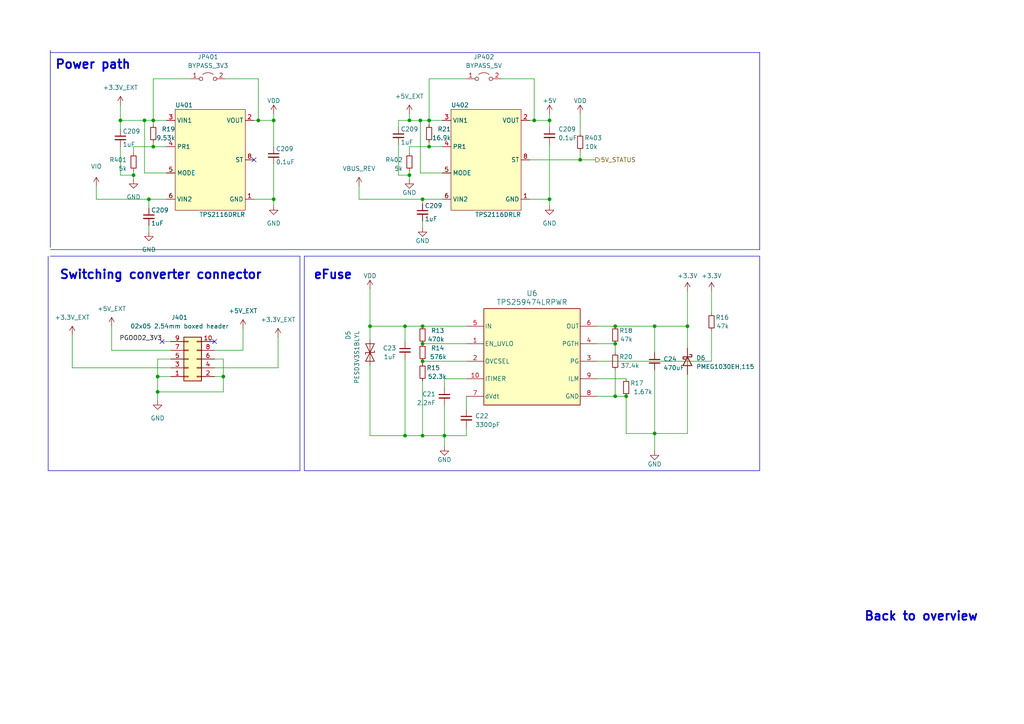
<source format=kicad_sch>
(kicad_sch (version 20230121) (generator eeschema)
  (paper "A4")
  (title_block (title "External Connectors and Power Path") (company "EPFL Xplore") (comment 2 "Author: Vincent Nguyen, Yassine Bakkali"))
  (lib_symbols
    (symbol "0_mux:TPS2116DRLR"
      (property "Reference" "U" (at 0 -2.54 0))
      (property "Value" "TPS2116DRLR" (at 0 0 0))
      (symbol "TPS2116DRLR_0_1"
        (rectangle (start -9.525 14.605) (end 10.795 -14.605) (fill (type background)))
      )
      (symbol "TPS2116DRLR_1_1"
        (pin power_in line (at 13.335 -11.43 180) (length 2.54) (name "GND") (number "1"))
        (pin passive line (at 13.335 11.43 180) (length 2.54) (name "VOUT") (number "2"))
        (pin power_in line (at -12.065 11.43 0) (length 2.54) (name "VIN1") (number "3"))
        (pin input line (at -12.065 3.81 0) (length 2.54) (name "PR1") (number "4"))
        (pin input line (at -12.065 -3.81 0) (length 2.54) (name "MODE") (number "5"))
        (pin power_in line (at -12.065 -11.43 0) (length 2.54) (name "VIN2") (number "6"))
        (pin passive line (at 13.335 11.43 180) (length 2.54) hide (name "VOUT") (number "7"))
        (pin open_collector line (at 13.335 0 180) (length 2.54) (name "ST") (number "8"))
      )
    )
    (symbol "0_power_protection:TPS259474LRPWR" (pin_names (offset 0.254))
      (property "Reference" "U" (at 0 2.54 0))
      (property "Value" "TPS259474LRPWR" (at 0 0 0))
      (symbol "TPS259474LRPWR_0_1"
        (polyline (pts (xy 5.08 -22.86) (xy 33.02 -22.86)) (stroke (width 0.2032)))
        (polyline (pts (xy 5.08 5.08) (xy 5.08 -22.86)) (stroke (width 0.2032)))
        (polyline (pts (xy 33.02 -22.86) (xy 33.02 5.08)) (stroke (width 0.2032)))
        (polyline (pts (xy 33.02 5.08) (xy 5.08 5.08)) (stroke (width 0.2032)))
        (pin input line (at 0 -5.08 0) (length 5.08) (name "EN_UVLO") (number "1"))
        (pin output line (at 0 -15.24 0) (length 5.08) (name "ITIMER") (number "10"))
        (pin input line (at 0 -10.16 0) (length 5.08) (name "OVCSEL") (number "2"))
        (pin output line (at 38.1 -10.16 180) (length 5.08) (name "PG") (number "3"))
        (pin input line (at 38.1 -5.08 180) (length 5.08) (name "PGTH") (number "4"))
        (pin power_in line (at 0 0 0) (length 5.08) (name "IN") (number "5"))
        (pin power_in line (at 38.1 0 180) (length 5.08) (name "OUT") (number "6"))
        (pin output line (at 0 -20.32 0) (length 5.08) (name "dVdt") (number "7"))
        (pin power_in line (at 38.1 -20.32 180) (length 5.08) (name "GND") (number "8"))
        (pin output line (at 38.1 -15.24 180) (length 5.08) (name "ILM") (number "9"))
      )
      (symbol "TPS259474LRPWR_1_1"
        (rectangle (start 5.08 5.08) (end 33.02 -22.86) (fill (type background)))
      )
    )
    (symbol "0_power_symbols:+3.3V_EXT" (power) (pin_numbers hide) (in_bom no) (on_board no)
      (property "Value" "+3.3V_EXT" (at 0 3.81 0))
      (symbol "+3.3V_EXT_0_1"
        (polyline (pts (xy 0 0) (xy 0 2.54)))
        (polyline (pts (xy 0 2.54) (xy -0.762 1.27)))
        (polyline (pts (xy 0 2.54) (xy 0.762 1.27)))
      )
      (symbol "+3.3V_EXT_1_1"
        (pin power_in line (at 0 0 90) (length 0) hide (name "+3.3V_EXT") (number "1"))
      )
    )
    (symbol "0_power_symbols:+5V_EXT" (power) (pin_numbers hide) (in_bom no) (on_board no)
      (property "Value" "+5V_EXT" (at 0 3.81 0))
      (symbol "+5V_EXT_0_1"
        (polyline (pts (xy 0 0) (xy 0 2.54)))
        (polyline (pts (xy 0 2.54) (xy -0.762 1.27)))
        (polyline (pts (xy 0 2.54) (xy 0.762 1.27)))
      )
      (symbol "+5V_EXT_1_1"
        (pin power_in line (at 0 0 90) (length 0) hide (name "+5V_EXT") (number "1"))
      )
    )
    (symbol "0_power_symbols:VBUS_REV" (power) (pin_numbers hide) (in_bom no) (on_board no)
      (property "Value" "VBUS_REV" (at 0 3.81 0))
      (symbol "VBUS_REV_0_1"
        (polyline (pts (xy 0 0) (xy 0 2.54)))
        (polyline (pts (xy 0 2.54) (xy -0.762 1.27)))
        (polyline (pts (xy 0 2.54) (xy 0.762 1.27)))
      )
      (symbol "VBUS_REV_1_1"
        (pin power_in line (at 0 0 90) (length 0) hide (name "VBUS_REV") (number "1"))
      )
    )
    (symbol "0_power_symbols:VIO" (power) (pin_numbers hide) (in_bom no) (on_board no)
      (property "Value" "VIO" (at 0 3.81 0))
      (symbol "VIO_0_1"
        (polyline (pts (xy 0 0) (xy 0 2.54)))
        (polyline (pts (xy 0 2.54) (xy -0.762 1.27)))
        (polyline (pts (xy 0 2.54) (xy 0.762 1.27)))
      )
      (symbol "VIO_1_1"
        (pin power_in line (at 0 0 90) (length 0) hide (name "VIO") (number "1"))
      )
    )
    (symbol "Connector_Generic:Conn_02x05_Odd_Even" (pin_names (offset 1.016) hide)
      (property "Reference" "J" (at 1.27 7.62 0))
      (property "Value" "Conn_02x05_Odd_Even" (at 1.27 -7.62 0))
      (symbol "Conn_02x05_Odd_Even_1_1"
        (rectangle (start -1.27 -4.953) (end 0 -5.207) (stroke (width 0.1524)))
        (rectangle (start -1.27 -2.413) (end 0 -2.667) (stroke (width 0.1524)))
        (rectangle (start -1.27 0.127) (end 0 -0.127) (stroke (width 0.1524)))
        (rectangle (start -1.27 2.667) (end 0 2.413) (stroke (width 0.1524)))
        (rectangle (start -1.27 5.207) (end 0 4.953) (stroke (width 0.1524)))
        (rectangle (start -1.27 6.35) (end 3.81 -6.35) (stroke (width 0.254)) (fill (type background)))
        (rectangle (start 3.81 -4.953) (end 2.54 -5.207) (stroke (width 0.1524)))
        (rectangle (start 3.81 -2.413) (end 2.54 -2.667) (stroke (width 0.1524)))
        (rectangle (start 3.81 0.127) (end 2.54 -0.127) (stroke (width 0.1524)))
        (rectangle (start 3.81 2.667) (end 2.54 2.413) (stroke (width 0.1524)))
        (rectangle (start 3.81 5.207) (end 2.54 4.953) (stroke (width 0.1524)))
        (pin passive line (at -5.08 5.08 0) (length 3.81) (name "Pin_1") (number "1"))
        (pin passive line (at 7.62 -5.08 180) (length 3.81) (name "Pin_10") (number "10"))
        (pin passive line (at 7.62 5.08 180) (length 3.81) (name "Pin_2") (number "2"))
        (pin passive line (at -5.08 2.54 0) (length 3.81) (name "Pin_3") (number "3"))
        (pin passive line (at 7.62 2.54 180) (length 3.81) (name "Pin_4") (number "4"))
        (pin passive line (at -5.08 0 0) (length 3.81) (name "Pin_5") (number "5"))
        (pin passive line (at 7.62 0 180) (length 3.81) (name "Pin_6") (number "6"))
        (pin passive line (at -5.08 -2.54 0) (length 3.81) (name "Pin_7") (number "7"))
        (pin passive line (at 7.62 -2.54 180) (length 3.81) (name "Pin_8") (number "8"))
        (pin passive line (at -5.08 -5.08 0) (length 3.81) (name "Pin_9") (number "9"))
      )
    )
    (symbol "Device:C_Small" (pin_numbers hide) (pin_names (offset 0.254) hide)
      (property "Reference" "C" (at 0.254 1.778 0))
      (property "Value" "C_Small" (at 0.254 -2.032 0))
      (symbol "C_Small_0_1"
        (polyline (pts (xy -1.524 -0.508) (xy 1.524 -0.508)) (stroke (width 0.3302)))
        (polyline (pts (xy -1.524 0.508) (xy 1.524 0.508)) (stroke (width 0.3048)))
      )
      (symbol "C_Small_1_1"
        (pin passive line (at 0 2.54 270) (length 2.032) (name "~") (number "1"))
        (pin passive line (at 0 -2.54 90) (length 2.032) (name "~") (number "2"))
      )
    )
    (symbol "Device:D_Schottky" (pin_numbers hide) (pin_names (offset 1.016) hide)
      (property "Reference" "D" (at 0 2.54 0))
      (property "Value" "D_Schottky" (at 0 -2.54 0))
      (symbol "D_Schottky_0_1"
        (polyline (pts (xy 1.27 0) (xy -1.27 0)))
        (polyline (pts (xy 1.27 1.27) (xy 1.27 -1.27) (xy -1.27 0) (xy 1.27 1.27)) (stroke (width 0.254)))
        (polyline (pts (xy -1.905 0.635) (xy -1.905 1.27) (xy -1.27 1.27) (xy -1.27 -1.27) (xy -0.635 -1.27) (xy -0.635 -0.635)) (stroke (width 0.254)))
      )
      (symbol "D_Schottky_1_1"
        (pin passive line (at -3.81 0 0) (length 2.54) (name "K") (number "1"))
        (pin passive line (at 3.81 0 180) (length 2.54) (name "A") (number "2"))
      )
    )
    (symbol "Device:R_Small" (pin_numbers hide) (pin_names (offset 0.254) hide)
      (property "Reference" "R" (at 0.762 0.508 0))
      (property "Value" "R_Small" (at 0.762 -1.016 0))
      (symbol "R_Small_0_1"
        (rectangle (start -0.762 1.778) (end 0.762 -1.778) (stroke (width 0.2032)))
      )
      (symbol "R_Small_1_1"
        (pin passive line (at 0 2.54 270) (length 0.762) (name "~") (number "1"))
        (pin passive line (at 0 -2.54 90) (length 0.762) (name "~") (number "2"))
      )
    )
    (symbol "Jumper:Jumper_2_Open" (pin_names (offset 0) hide)
      (property "Reference" "JP" (at 0 2.794 0))
      (property "Value" "Jumper_2_Open" (at 0 -2.286 0))
      (symbol "Jumper_2_Open_0_0"
        (circle (center -2.032 0) (radius 0.508))
        (circle (center 2.032 0) (radius 0.508))
      )
      (symbol "Jumper_2_Open_0_1"
        (arc (start 1.524 1.27) (mid 0 1.778) (end -1.524 1.27))
      )
      (symbol "Jumper_2_Open_1_1"
        (pin passive line (at -5.08 0 0) (length 2.54) (name "A") (number "1"))
        (pin passive line (at 5.08 0 180) (length 2.54) (name "B") (number "2"))
      )
    )
    (symbol "PCM_4ms_Diode:TVS_0402_24Vclamp_250Vbk" (pin_numbers hide) (pin_names (offset 1.016) hide)
      (property "Reference" "D" (at 0 2.54 0))
      (property "Value" "TVS_0402_24Vclamp_250Vbk" (at 0 -2.54 0))
      (symbol "TVS_0402_24Vclamp_250Vbk_0_1"
        (polyline (pts (xy 1.27 0) (xy -1.27 0)))
        (polyline (pts (xy -2.54 -1.27) (xy 0 0) (xy -2.54 1.27) (xy -2.54 -1.27)) (stroke (width 0.2032)))
        (polyline (pts (xy 0.508 1.27) (xy 0 1.27) (xy 0 -1.27) (xy -0.508 -1.27)) (stroke (width 0.2032)))
        (polyline (pts (xy 2.54 1.27) (xy 2.54 -1.27) (xy 0 0) (xy 2.54 1.27)) (stroke (width 0.2032)))
      )
      (symbol "TVS_0402_24Vclamp_250Vbk_1_1"
        (pin passive line (at -3.81 0 0) (length 2.54) (name "A1") (number "1"))
        (pin passive line (at 3.81 0 180) (length 2.54) (name "A2") (number "2"))
      )
    )
    (symbol "TPS2116DRLR_1"
      (property "Reference" "U" (at 0 -2.54 0))
      (property "Value" "TPS2116DRLR_1" (at 0 0 0))
      (symbol "TPS2116DRLR_1_0_1"
        (rectangle (start -9.525 14.605) (end 10.795 -14.605) (fill (type background)))
      )
      (symbol "TPS2116DRLR_1_1_1"
        (pin power_in line (at 13.335 -11.43 180) (length 2.54) (name "GND") (number "1"))
        (pin passive line (at 13.335 11.43 180) (length 2.54) (name "VOUT") (number "2"))
        (pin power_in line (at -12.065 11.43 0) (length 2.54) (name "VIN1") (number "3"))
        (pin input line (at -12.065 3.81 0) (length 2.54) (name "PR1") (number "4"))
        (pin input line (at -12.065 -3.81 0) (length 2.54) (name "MODE") (number "5"))
        (pin power_in line (at -12.065 -11.43 0) (length 2.54) (name "VIN2") (number "6"))
        (pin passive line (at 13.335 11.43 180) (length 2.54) hide (name "VOUT") (number "7"))
        (pin open_collector line (at 13.335 0 180) (length 2.54) (name "ST") (number "8"))
      )
    )
    (symbol "power:+3.3V" (power) (pin_names (offset 0))
      (property "Value" "+3.3V" (at 0 3.556 0))
      (symbol "+3.3V_0_1"
        (polyline (pts (xy -0.762 1.27) (xy 0 2.54)))
        (polyline (pts (xy 0 0) (xy 0 2.54)))
        (polyline (pts (xy 0 2.54) (xy 0.762 1.27)))
      )
      (symbol "+3.3V_1_1"
        (pin power_in line (at 0 0 90) (length 0) hide (name "+3.3V") (number "1"))
      )
    )
    (symbol "power:+5V" (power) (pin_names (offset 0))
      (property "Value" "+5V" (at 0 3.556 0))
      (symbol "+5V_0_1"
        (polyline (pts (xy -0.762 1.27) (xy 0 2.54)))
        (polyline (pts (xy 0 0) (xy 0 2.54)))
        (polyline (pts (xy 0 2.54) (xy 0.762 1.27)))
      )
      (symbol "+5V_1_1"
        (pin power_in line (at 0 0 90) (length 0) hide (name "+5V") (number "1"))
      )
    )
    (symbol "power:GND" (power) (pin_names (offset 0))
      (property "Value" "GND" (at 0 -3.81 0))
      (symbol "GND_0_1"
        (polyline (pts (xy 0 0) (xy 0 -1.27) (xy 1.27 -1.27) (xy 0 -2.54) (xy -1.27 -1.27) (xy 0 -1.27)))
      )
      (symbol "GND_1_1"
        (pin power_in line (at 0 0 270) (length 0) hide (name "GND") (number "1"))
      )
    )
    (symbol "power:VDD" (power) (pin_names (offset 0))
      (property "Value" "VDD" (at 0 3.81 0))
      (symbol "VDD_0_1"
        (polyline (pts (xy -0.762 1.27) (xy 0 2.54)))
        (polyline (pts (xy 0 0) (xy 0 2.54)))
        (polyline (pts (xy 0 2.54) (xy 0.762 1.27)))
      )
      (symbol "VDD_1_1"
        (pin power_in line (at 0 0 90) (length 0) hide (name "VDD") (number "1"))
      )
    )
  )
  (junction (at 64.77 109.22))
  (junction (at 154.94 34.925))
  (junction (at 122.555 99.695))
  (junction (at 44.45 34.925))
  (junction (at 122.555 104.775))
  (junction (at 189.865 94.615))
  (junction (at 45.72 113.665))
  (junction (at 181.61 114.935))
  (junction (at 124.46 34.925))
  (junction (at 41.91 34.925))
  (junction (at 122.555 57.785))
  (junction (at 43.18 57.785))
  (junction (at 79.375 34.925))
  (junction (at 189.865 125.73))
  (junction (at 117.475 94.615))
  (junction (at 44.45 42.545))
  (junction (at 128.905 126.365))
  (junction (at 159.385 57.785))
  (junction (at 118.745 50.8))
  (junction (at 118.745 34.925))
  (junction (at 34.925 34.925))
  (junction (at 178.435 94.615))
  (junction (at 168.275 46.355))
  (junction (at 107.315 94.615))
  (junction (at 117.475 126.365))
  (junction (at 79.375 57.785))
  (junction (at 124.46 42.545))
  (junction (at 74.93 34.925))
  (junction (at 199.39 94.615))
  (junction (at 159.385 34.925))
  (junction (at 122.555 94.615))
  (junction (at 122.555 126.365))
  (junction (at 45.72 109.22))
  (junction (at 178.435 99.695))
  (junction (at 178.435 114.935))
  (junction (at 121.92 34.925))
  (junction (at 38.735 50.8))
  (no_connect (at 62.23 99.06))
  (no_connect (at 73.66 46.355))
  (no_connect (at 46.99 99.06))
  (wire (pts (xy 79.375 57.785) (xy 73.66 57.785)))
  (wire (pts (xy 122.555 94.615) (xy 135.255 94.615)))
  (wire (pts (xy 104.14 57.785) (xy 122.555 57.785)))
  (wire (pts (xy 122.555 94.615) (xy 117.475 94.615)))
  (wire (pts (xy 128.905 126.365) (xy 128.905 117.475)))
  (wire (pts (xy 38.735 44.45) (xy 38.735 42.545)))
  (wire (pts (xy 118.745 34.925) (xy 115.57 34.925)))
  (wire (pts (xy 80.645 97.79) (xy 80.645 106.68)))
  (wire (pts (xy 122.555 104.775) (xy 135.255 104.775)))
  (wire (pts (xy 34.925 34.925) (xy 34.925 37.465)))
  (wire (pts (xy 124.46 41.275) (xy 124.46 42.545)))
  (wire (pts (xy 135.255 109.855) (xy 128.905 109.855)))
  (wire (pts (xy 45.72 109.22) (xy 45.72 113.665)))
  (wire (pts (xy 122.555 64.135) (xy 122.555 66.04)))
  (wire (pts (xy 45.72 104.14) (xy 49.53 104.14)))
  (wire (pts (xy 79.375 33.02) (xy 79.375 34.925)))
  (wire (pts (xy 20.955 106.68) (xy 49.53 106.68)))
  (wire (pts (xy 168.275 33.02) (xy 168.275 38.735)))
  (wire (pts (xy 159.385 34.925) (xy 159.385 36.83)))
  (wire (pts (xy 159.385 41.91) (xy 159.385 57.785)))
  (wire (pts (xy 168.275 43.815) (xy 168.275 46.355)))
  (wire (pts (xy 145.415 22.86) (xy 154.94 22.86)))
  (wire (pts (xy 154.94 34.925) (xy 153.67 34.925)))
  (wire (pts (xy 122.555 126.365) (xy 128.905 126.365)))
  (wire (pts (xy 206.375 84.455) (xy 206.375 90.805)))
  (wire (pts (xy 55.245 22.86) (xy 44.45 22.86)))
  (wire (pts (xy 117.475 126.365) (xy 122.555 126.365)))
  (wire (pts (xy 173.355 114.935) (xy 178.435 114.935)))
  (wire (pts (xy 178.435 107.315) (xy 178.435 114.935)))
  (wire (pts (xy 117.475 104.14) (xy 117.475 126.365)))
  (wire (pts (xy 27.94 57.785) (xy 43.18 57.785)))
  (wire (pts (xy 34.925 30.48) (xy 34.925 34.925)))
  (wire (pts (xy 70.485 95.25) (xy 70.485 101.6)))
  (wire (pts (xy 199.39 94.615) (xy 199.39 100.965)))
  (wire (pts (xy 159.385 34.925) (xy 154.94 34.925)))
  (wire (pts (xy 118.745 44.45) (xy 118.745 42.545)))
  (wire (pts (xy 189.865 125.73) (xy 189.865 130.81)))
  (wire (pts (xy 122.555 104.775) (xy 122.555 105.41)))
  (wire (pts (xy 128.905 126.365) (xy 135.255 126.365)))
  (wire (pts (xy 107.315 94.615) (xy 107.315 98.425)))
  (wire (pts (xy 43.18 57.785) (xy 43.18 60.325)))
  (wire (pts (xy 122.555 57.785) (xy 128.27 57.785)))
  (wire (pts (xy 199.39 108.585) (xy 199.39 125.73)))
  (wire (pts (xy 115.57 41.91) (xy 115.57 50.8)))
  (wire (pts (xy 124.46 22.86) (xy 124.46 34.925)))
  (wire (pts (xy 38.735 50.8) (xy 38.735 49.53)))
  (wire (pts (xy 64.77 104.14) (xy 62.23 104.14)))
  (wire (pts (xy 34.925 50.8) (xy 38.735 50.8)))
  (wire (pts (xy 46.99 99.06) (xy 49.53 99.06)))
  (polyline (pts (xy 14.605 72.39) (xy 220.345 72.39)))
  (wire (pts (xy 62.23 109.22) (xy 64.77 109.22)))
  (wire (pts (xy 44.45 34.925) (xy 48.26 34.925)))
  (wire (pts (xy 117.475 94.615) (xy 107.315 94.615)))
  (wire (pts (xy 115.57 50.8) (xy 118.745 50.8)))
  (wire (pts (xy 41.91 34.925) (xy 44.45 34.925)))
  (wire (pts (xy 64.77 113.665) (xy 45.72 113.665)))
  (wire (pts (xy 70.485 101.6) (xy 62.23 101.6)))
  (wire (pts (xy 118.745 49.53) (xy 118.745 50.8)))
  (wire (pts (xy 43.18 57.785) (xy 48.26 57.785)))
  (wire (pts (xy 118.745 34.925) (xy 121.92 34.925)))
  (wire (pts (xy 159.385 33.02) (xy 159.385 34.925)))
  (wire (pts (xy 107.315 126.365) (xy 117.475 126.365)))
  (wire (pts (xy 159.385 59.69) (xy 159.385 57.785)))
  (wire (pts (xy 122.555 99.695) (xy 135.255 99.695)))
  (wire (pts (xy 178.435 99.695) (xy 178.435 102.235)))
  (polyline (pts (xy 86.995 136.525) (xy 13.97 136.525)))
  (wire (pts (xy 124.46 34.925) (xy 124.46 36.195)))
  (wire (pts (xy 20.955 97.155) (xy 20.955 106.68)))
  (wire (pts (xy 118.745 42.545) (xy 124.46 42.545)))
  (wire (pts (xy 153.67 46.355) (xy 168.275 46.355)))
  (wire (pts (xy 173.355 109.855) (xy 181.61 109.855)))
  (wire (pts (xy 64.77 109.22) (xy 64.77 113.665)))
  (wire (pts (xy 79.375 59.69) (xy 79.375 57.785)))
  (wire (pts (xy 107.315 83.82) (xy 107.315 94.615)))
  (wire (pts (xy 65.405 22.86) (xy 74.93 22.86)))
  (wire (pts (xy 135.255 126.365) (xy 135.255 123.825)))
  (wire (pts (xy 115.57 34.925) (xy 115.57 36.83)))
  (wire (pts (xy 135.255 22.86) (xy 124.46 22.86)))
  (wire (pts (xy 34.925 34.925) (xy 41.91 34.925)))
  (wire (pts (xy 118.745 33.02) (xy 118.745 34.925)))
  (wire (pts (xy 64.77 109.22) (xy 64.77 104.14)))
  (wire (pts (xy 199.39 84.455) (xy 199.39 94.615)))
  (wire (pts (xy 43.18 65.405) (xy 43.18 67.31)))
  (wire (pts (xy 124.46 42.545) (xy 128.27 42.545)))
  (wire (pts (xy 41.91 50.165) (xy 41.91 34.925)))
  (wire (pts (xy 154.94 22.86) (xy 154.94 34.925)))
  (polyline (pts (xy 220.345 15.24) (xy 14.605 15.24)))
  (wire (pts (xy 79.375 34.925) (xy 79.375 42.545)))
  (wire (pts (xy 121.92 34.925) (xy 124.46 34.925)))
  (wire (pts (xy 159.385 57.785) (xy 153.67 57.785)))
  (wire (pts (xy 44.45 34.925) (xy 44.45 36.195)))
  (polyline (pts (xy 14.605 14.605) (xy 14.605 71.755)))
  (polyline (pts (xy 14.605 74.295) (xy 86.995 74.295)))
  (polyline (pts (xy 86.995 74.295) (xy 86.995 136.525)))
  (wire (pts (xy 181.61 125.73) (xy 189.865 125.73)))
  (wire (pts (xy 117.475 94.615) (xy 117.475 99.06)))
  (wire (pts (xy 128.905 109.855) (xy 128.905 112.395)))
  (wire (pts (xy 104.14 53.975) (xy 104.14 57.785)))
  (wire (pts (xy 168.275 46.355) (xy 172.72 46.355)))
  (wire (pts (xy 199.39 125.73) (xy 189.865 125.73)))
  (wire (pts (xy 206.375 104.775) (xy 206.375 95.885)))
  (wire (pts (xy 74.93 22.86) (xy 74.93 34.925)))
  (wire (pts (xy 45.72 109.22) (xy 45.72 104.14)))
  (wire (pts (xy 189.865 107.315) (xy 189.865 125.73)))
  (wire (pts (xy 122.555 110.49) (xy 122.555 126.365)))
  (wire (pts (xy 74.93 34.925) (xy 73.66 34.925)))
  (wire (pts (xy 44.45 42.545) (xy 48.26 42.545)))
  (wire (pts (xy 122.555 57.785) (xy 122.555 59.055)))
  (wire (pts (xy 41.91 50.165) (xy 48.26 50.165)))
  (wire (pts (xy 32.385 101.6) (xy 49.53 101.6)))
  (wire (pts (xy 181.61 114.935) (xy 181.61 125.73)))
  (wire (pts (xy 173.355 94.615) (xy 178.435 94.615)))
  (polyline (pts (xy 220.345 72.39) (xy 220.345 15.24)))
  (wire (pts (xy 27.94 53.975) (xy 27.94 57.785)))
  (wire (pts (xy 34.925 42.545) (xy 34.925 50.8)))
  (wire (pts (xy 128.905 126.365) (xy 128.905 129.54)))
  (wire (pts (xy 32.385 94.615) (xy 32.385 101.6)))
  (wire (pts (xy 189.865 102.235) (xy 189.865 94.615)))
  (wire (pts (xy 189.865 94.615) (xy 178.435 94.615)))
  (wire (pts (xy 38.735 50.8) (xy 38.735 52.07)))
  (wire (pts (xy 118.745 52.07) (xy 118.745 50.8)))
  (wire (pts (xy 45.72 109.22) (xy 49.53 109.22)))
  (wire (pts (xy 173.355 104.775) (xy 206.375 104.775)))
  (wire (pts (xy 173.355 99.695) (xy 178.435 99.695)))
  (wire (pts (xy 124.46 34.925) (xy 128.27 34.925)))
  (wire (pts (xy 80.645 106.68) (xy 62.23 106.68)))
  (polyline (pts (xy 13.97 74.295) (xy 13.97 136.525)))
  (wire (pts (xy 189.865 94.615) (xy 199.39 94.615)))
  (wire (pts (xy 44.45 22.86) (xy 44.45 34.925)))
  (wire (pts (xy 45.72 116.205) (xy 45.72 113.665)))
  (wire (pts (xy 107.315 106.045) (xy 107.315 126.365)))
  (wire (pts (xy 44.45 41.275) (xy 44.45 42.545)))
  (wire (pts (xy 38.735 42.545) (xy 44.45 42.545)))
  (wire (pts (xy 79.375 34.925) (xy 74.93 34.925)))
  (wire (pts (xy 79.375 47.625) (xy 79.375 57.785)))
  (wire (pts (xy 135.255 114.935) (xy 135.255 118.745)))
  (wire (pts (xy 121.92 50.165) (xy 121.92 34.925)))
  (wire (pts (xy 178.435 114.935) (xy 181.61 114.935)))
  (wire (pts (xy 121.92 50.165) (xy 128.27 50.165)))
  (rectangle (start 88.265 74.295) (end 220.345 136.525))
  (text "eFuse" (at 90.805 81.28 0) (effects (font (size 2.54 2.54) bold) (justify left bottom)))
  (text "Switching converter connector" (at 17.145 81.28 0) (effects (font (size 2.54 2.54) bold) (justify left bottom)))
  (text "Back to overview" (at 283.845 180.34 0) (effects (font (size 2.54 2.54) (thickness 0.508) bold) (justify right bottom)))
  (text "Power path" (at 15.875 20.32 0) (effects (font (size 2.54 2.54) bold) (justify left bottom)))
  (label "PGOOD2_3V3" (at 46.99 99.06 180))
  (hierarchical_label "5V_STATUS" (shape output) (at 172.72 46.355 0))
  (symbol (lib_id "0_power_protection:TPS259474LRPWR") (at 135.255 94.615 0) (unit 1)
    (property "Reference" "U6" (at 154.305 85.09 0) (effects (font (size 1.524 1.524))))
    (property "Value" "TPS259474LRPWR" (at 154.305 87.63 0) (effects (font (size 1.524 1.524))))
    (property "Footprint" "0_various:RPW0010A-MFG" (effects hide))
    (property "Datasheet" "TPS259474LRPWR" (effects hide))
  )
  (symbol (lib_id "Device:R_Small") (at 178.435 104.775 0) (mirror x) (unit 1)
    (property "Reference" "R20" (at 183.515 103.505 0) (effects (justify right)))
    (property "Value" "37.4k" (at 185.42 106.045 0) (effects (justify right)))
    (property "Footprint" "Resistor_SMD:R_0402_1005Metric" (effects hide))
  )
  (symbol (lib_id "power:VDD") (at 107.315 83.82 0) (unit 1)
    (property "Reference" "#PWR034" (effects hide))
    (property "Value" "VDD" (at 107.315 80.01 0))
  )
  (symbol (lib_id "Device:R_Small") (at 122.555 102.235 0) (mirror x) (unit 1)
    (property "Reference" "R14" (at 128.905 100.965 0) (effects (justify right)))
    (property "Value" "576k" (at 129.54 103.505 0) (effects (justify right)))
    (property "Footprint" "Resistor_SMD:R_0402_1005Metric" (effects hide))
  )
  (symbol (lib_id "Device:C_Small") (at 135.255 121.285 0) (unit 1)
    (property "Reference" "C22" (at 137.795 120.6563 0) (effects (justify left)))
    (property "Value" "3300pF" (at 137.795 123.1963 0) (effects (justify left)))
    (property "Footprint" "Capacitor_SMD:C_0402_1005Metric" (effects hide))
  )
  (symbol (lib_id "Device:R_Small") (at 168.275 41.275 0) (mirror x) (unit 1)
    (property "Reference" "R403" (at 174.625 40.005 0) (effects (justify right)))
    (property "Value" "10k" (at 173.355 42.545 0) (effects (justify right)))
    (property "Footprint" "Resistor_SMD:R_0402_1005Metric" (effects hide))
  )
  (symbol (lib_id "power:GND") (at 189.865 130.81 0) (unit 1)
    (property "Reference" "#PWR038" (effects hide))
    (property "Value" "GND" (at 189.865 134.62 0))
  )
  (symbol (lib_id "Jumper:Jumper_2_Open") (at 140.335 22.86 0) (unit 1) (in_bom no)
    (property "Reference" "JP402" (at 140.335 16.51 0))
    (property "Value" "BYPASS_5V" (at 140.335 19.05 0))
    (property "Footprint" "0_various:Jumper_wide" (effects hide))
  )
  (symbol (lib_id "0_power_symbols:+3.3V_EXT") (at 80.645 97.79 0) (unit 1) (in_bom no) (on_board no)
    (property "Reference" "#PWR0410" (effects hide))
    (property "Value" "+3.3V_EXT" (at 80.645 92.71 0))
  )
  (symbol (lib_id "Device:C_Small") (at 189.865 104.775 0) (unit 1)
    (property "Reference" "C24" (at 192.405 104.1463 0) (effects (justify left)))
    (property "Value" "470uF" (at 192.405 106.6863 0) (effects (justify left)))
    (property "Footprint" "Capacitor_SMD:C_0402_1005Metric" (effects hide))
  )
  (symbol (lib_id "0_power_symbols:+3.3V_EXT") (at 20.955 97.155 0) (unit 1) (in_bom no) (on_board no)
    (property "Reference" "#PWR0401" (effects hide))
    (property "Value" "+3.3V_EXT" (at 20.955 92.075 0))
  )
  (symbol (lib_id "Device:R_Small") (at 44.45 38.735 0) (mirror x) (unit 1)
    (property "Reference" "R19" (at 50.8 37.465 0) (effects (justify right)))
    (property "Value" "9.53k" (at 50.8 40.005 0) (effects (justify right)))
    (property "Footprint" "Resistor_SMD:R_0402_1005Metric" (effects hide))
  )
  (symbol (lib_id "Device:R_Small") (at 122.555 107.95 0) (mirror x) (unit 1)
    (property "Reference" "R15" (at 127.635 106.68 0) (effects (justify right)))
    (property "Value" "52.3k" (at 129.54 109.22 0) (effects (justify right)))
    (property "Footprint" "Resistor_SMD:R_0402_1005Metric" (effects hide))
  )
  (symbol (lib_id "Device:R_Small") (at 124.46 38.735 0) (mirror x) (unit 1)
    (property "Reference" "R21" (at 130.81 37.465 0) (effects (justify right)))
    (property "Value" "16.9k" (at 130.81 40.005 0) (effects (justify right)))
    (property "Footprint" "Resistor_SMD:R_0402_1005Metric" (effects hide))
  )
  (symbol (lib_id "Device:C_Small") (at 34.925 40.005 0) (unit 1)
    (property "Reference" "C209" (at 35.56 38.1 0) (effects (justify left)))
    (property "Value" "1uF" (at 35.56 41.91 0) (effects (justify left)))
    (property "Footprint" "Capacitor_SMD:C_0402_1005Metric" (effects hide))
    (instances (project "orion_pcb" (path "" (reference "C209") (unit 1)) (path "" (reference "C16") (unit 1))))
  )
  (symbol (lib_id "0_power_symbols:+3.3V_EXT") (at 34.925 30.48 0) (unit 1) (in_bom no) (on_board no)
    (property "Reference" "#PWR0404" (effects hide))
    (property "Value" "+3.3V_EXT" (at 34.925 25.4 0))
  )
  (symbol (lib_id "power:GND") (at 159.385 59.69 0) (unit 1)
    (property "Reference" "#PWR0416" (effects hide))
    (property "Value" "GND" (at 159.385 64.77 0))
  )
  (symbol (lib_id "power:GND") (at 43.18 67.31 0) (unit 1)
    (property "Reference" "#PWR030" (effects hide))
    (property "Value" "GND" (at 43.18 72.39 0))
  )
  (symbol (lib_id "Connector_Generic:Conn_02x05_Odd_Even") (at 54.61 104.14 0) (mirror x) (unit 1)
    (property "Reference" "J401" (at 52.07 92.075 0))
    (property "Value" "02x05 2.54mm boxed header" (at 52.07 94.615 0))
    (property "Footprint" "0_connectors:302-S101" (effects hide))
    (property "Datasheet" "http://www.on-shore.com/wp-content/uploads/2018/04/302-SXX1.pdf" (effects hide))
    (property "Manufacturer ref" "302-S101" (effects hide))
    (property "Digikey ref" "ED1543-ND" (effects hide))
  )
  (symbol (lib_id "0_mux:TPS2116DRLR") (at 140.335 46.355 0) (unit 1)
    (property "Reference" "U402" (at 130.81 30.48 0) (effects (justify left)))
    (property "Value" "TPS2116DRLR" (at 151.13 62.23 0) (effects (justify right)))
    (property "Footprint" "0_mux:TPS2116DRLR" (effects hide))
    (property "Datasheet" "https://www.ti.com/lit/ds/symlink/tps2116.pdf?HQS=dis-mous-null-mousermode-dsf-pf-null-wwe&ts=1667098762841&ref_url=https%253A%252F%252Feu.mouser.com%252F" (effects hide))
    (property "Manufacturer ref" "TPS2116DRLR" (effects hide))
    (property "Mouser ref" "595-TPS2116DRLR" (effects hide))
  )
  (symbol (lib_id "Device:R_Small") (at 118.745 46.99 0) (mirror x) (unit 1)
    (property "Reference" "R402" (at 116.84 46.355 0) (effects (justify right)))
    (property "Value" "5k" (at 116.84 48.895 0) (effects (justify right)))
    (property "Footprint" "Resistor_SMD:R_0402_1005Metric" (effects hide))
  )
  (symbol (lib_id "Device:C_Small") (at 128.905 114.935 0) (mirror y) (unit 1)
    (property "Reference" "C21" (at 126.365 114.3063 0) (effects (justify left)))
    (property "Value" "2.2nF" (at 126.365 116.8463 0) (effects (justify left)))
    (property "Footprint" "Capacitor_SMD:C_0402_1005Metric" (effects hide))
  )
  (symbol (lib_id "0_power_symbols:VBUS_REV") (at 104.14 53.975 0) (unit 1) (in_bom no) (on_board no)
    (property "Reference" "#PWR0412" (effects hide))
    (property "Value" "VBUS_REV" (at 104.14 48.895 0))
  )
  (symbol (lib_id "Device:R_Small") (at 206.375 93.345 0) (mirror x) (unit 1)
    (property "Reference" "R16" (at 211.455 92.075 0) (effects (justify right)))
    (property "Value" "47k" (at 211.455 94.615 0) (effects (justify right)))
    (property "Footprint" "Resistor_SMD:R_0402_1005Metric" (effects hide))
  )
  (symbol (lib_id "Device:C_Small") (at 79.375 45.085 0) (unit 1)
    (property "Reference" "C209" (at 80.01 43.18 0) (effects (justify left)))
    (property "Value" "0.1uF" (at 80.01 46.99 0) (effects (justify left)))
    (property "Footprint" "Capacitor_SMD:C_0402_1005Metric" (effects hide))
    (instances (project "orion_pcb" (path "" (reference "C209") (unit 1)) (path "" (reference "C17") (unit 1))))
  )
  (symbol (lib_id "Device:R_Small") (at 178.435 97.155 0) (mirror x) (unit 1)
    (property "Reference" "R18" (at 183.515 95.885 0) (effects (justify right)))
    (property "Value" "47k" (at 183.515 98.425 0) (effects (justify right)))
    (property "Footprint" "Resistor_SMD:R_0402_1005Metric" (effects hide))
  )
  (symbol (lib_id "power:VDD") (at 79.375 33.02 0) (unit 1)
    (property "Reference" "#PWR039" (effects hide))
    (property "Value" "VDD" (at 79.375 29.21 0))
  )
  (symbol (lib_id "Device:D_Schottky") (at 199.39 104.775 270) (unit 1)
    (property "Reference" "D6" (at 201.93 103.8225 90) (effects (justify left)))
    (property "Value" "PMEG1030EH,115" (at 201.93 106.3625 90) (effects (justify left)))
    (property "Footprint" "Diode_SMD:D_SOD-123F" (effects hide))
    (property "Datasheet" "https://assets.nexperia.com/documents/data-sheet/PMEG1030EH_EJ.pdf" (effects hide))
  )
  (symbol (lib_id "Device:R_Small") (at 38.735 46.99 0) (mirror x) (unit 1)
    (property "Reference" "R401" (at 36.83 46.355 0) (effects (justify right)))
    (property "Value" "5k" (at 36.83 48.895 0) (effects (justify right)))
    (property "Footprint" "Resistor_SMD:R_0402_1005Metric" (effects hide))
  )
  (symbol (lib_id "power:GND") (at 118.745 52.07 0) (unit 1)
    (property "Reference" "#PWR0414" (effects hide))
    (property "Value" "GND" (at 118.745 55.88 0))
  )
  (symbol (lib_id "PCM_4ms_Diode:TVS_0402_24Vclamp_250Vbk") (at 107.315 102.235 90) (mirror x) (unit 1)
    (property "Reference" "D5" (at 100.965 95.885 0) (effects (justify left)))
    (property "Value" "PESD3V3S1BLYL" (at 103.505 95.885 0) (effects (justify left)))
    (property "Footprint" "0_various:PESD5V0S1BL315" (effects hide))
    (property "Datasheet" "https://www.mouser.ch/datasheet/2/916/PESD3V3S1BL-1545542.pdf" (effects hide))
  )
  (symbol (lib_id "power:GND") (at 122.555 66.04 0) (unit 1)
    (property "Reference" "#PWR031" (effects hide))
    (property "Value" "GND" (at 122.555 69.85 0))
  )
  (symbol (lib_id "power:+5V") (at 159.385 33.02 0) (unit 1)
    (property "Reference" "#PWR0415" (effects hide))
    (property "Value" "+5V" (at 159.385 29.21 0))
  )
  (symbol (lib_id "0_power_symbols:+5V_EXT") (at 118.745 33.02 0) (unit 1) (in_bom no) (on_board no)
    (property "Reference" "#PWR0413" (effects hide))
    (property "Value" "+5V_EXT" (at 118.745 27.94 0))
  )
  (symbol (lib_id "0_power_symbols:+5V_EXT") (at 70.485 95.25 0) (unit 1) (in_bom no) (on_board no)
    (property "Reference" "#PWR0407" (effects hide))
    (property "Value" "+5V_EXT" (at 70.485 90.17 0))
  )
  (symbol (lib_id "power:GND") (at 45.72 116.205 0) (unit 1)
    (property "Reference" "#PWR0406" (effects hide))
    (property "Value" "GND" (at 45.72 121.285 0))
  )
  (symbol (lib_id "power:GND") (at 79.375 59.69 0) (unit 1)
    (property "Reference" "#PWR0409" (effects hide))
    (property "Value" "GND" (at 79.375 64.77 0))
  )
  (symbol (lib_id "Device:R_Small") (at 122.555 97.155 0) (mirror x) (unit 1)
    (property "Reference" "R13" (at 128.905 95.885 0) (effects (justify right)))
    (property "Value" "470k" (at 128.905 98.425 0) (effects (justify right)))
    (property "Footprint" "Resistor_SMD:R_0402_1005Metric" (effects hide))
  )
  (symbol (lib_id "power:VDD") (at 168.275 33.02 0) (unit 1)
    (property "Reference" "#PWR040" (effects hide))
    (property "Value" "VDD" (at 168.275 29.21 0))
  )
  (symbol (lib_id "Device:C_Small") (at 117.475 101.6 0) (mirror y) (unit 1)
    (property "Reference" "C23" (at 114.935 100.9713 0) (effects (justify left)))
    (property "Value" "1uF" (at 114.935 103.5113 0) (effects (justify left)))
    (property "Footprint" "Capacitor_SMD:C_0402_1005Metric" (effects hide))
  )
  (symbol (lib_id "power:GND") (at 38.735 52.07 0) (unit 1)
    (property "Reference" "#PWR0405" (effects hide))
    (property "Value" "GND" (at 38.735 57.15 0))
  )
  (symbol (lib_id "0_power_symbols:VIO") (at 27.94 53.975 0) (unit 1) (in_bom no) (on_board no)
    (property "Reference" "#PWR0402" (effects hide))
    (property "Value" "VIO" (at 27.94 48.26 0))
  )
  (symbol (lib_id "Device:C_Small") (at 159.385 39.37 0) (unit 1)
    (property "Reference" "C209" (at 161.925 37.465 0) (effects (justify left)))
    (property "Value" "0.1uF" (at 161.925 40.005 0) (effects (justify left)))
    (property "Footprint" "Capacitor_SMD:C_0402_1005Metric" (effects hide))
    (instances (project "orion_pcb" (path "" (reference "C209") (unit 1)) (path "" (reference "C20") (unit 1))))
  )
  (symbol (lib_id "Device:C_Small") (at 115.57 39.37 0) (unit 1)
    (property "Reference" "C209" (at 116.205 37.465 0) (effects (justify left)))
    (property "Value" "1uF" (at 116.205 41.275 0) (effects (justify left)))
    (property "Footprint" "Capacitor_SMD:C_0402_1005Metric" (effects hide))
    (instances (project "orion_pcb" (path "" (reference "C209") (unit 1)) (path "" (reference "C18") (unit 1))))
  )
  (symbol (lib_id "power:+3.3V") (at 206.375 84.455 0) (unit 1)
    (property "Reference" "#PWR037" (effects hide))
    (property "Value" "+3.3V" (at 206.375 80.01 0))
  )
  (symbol (lib_id "Jumper:Jumper_2_Open") (at 60.325 22.86 0) (unit 1) (in_bom no)
    (property "Reference" "JP401" (at 60.325 16.51 0))
    (property "Value" "BYPASS_3V3" (at 60.325 19.05 0))
    (property "Footprint" "0_various:Jumper_wide" (effects hide))
  )
  (symbol (lib_id "power:+3.3V") (at 199.39 84.455 0) (unit 1)
    (property "Reference" "#PWR046" (effects hide))
    (property "Value" "+3.3V" (at 199.39 80.01 0))
  )
  (symbol (lib_id "Device:R_Small") (at 181.61 112.395 0) (mirror x) (unit 1)
    (property "Reference" "R17" (at 186.69 111.125 0) (effects (justify right)))
    (property "Value" "1.67k" (at 189.23 113.665 0) (effects (justify right)))
    (property "Footprint" "Resistor_SMD:R_0402_1005Metric" (effects hide))
  )
  (symbol (lib_id "0_power_symbols:+5V_EXT") (at 32.385 94.615 0) (unit 1) (in_bom no) (on_board no)
    (property "Reference" "#PWR0403" (effects hide))
    (property "Value" "+5V_EXT" (at 32.385 89.535 0))
  )
  (symbol (lib_name "TPS2116DRLR_1") (lib_id "0_mux:TPS2116DRLR") (at 60.325 46.355 0) (unit 1)
    (property "Reference" "U401" (at 50.8 30.48 0) (effects (justify left)))
    (property "Value" "TPS2116DRLR" (at 71.12 62.23 0) (effects (justify right)))
    (property "Footprint" "0_mux:TPS2116DRLR" (effects hide))
    (property "Datasheet" "https://www.ti.com/lit/ds/symlink/tps2116.pdf?HQS=dis-mous-null-mousermode-dsf-pf-null-wwe&ts=1667098762841&ref_url=https%253A%252F%252Feu.mouser.com%252F" (effects hide))
    (property "Manufacturer ref" "TPS2116DRLR" (effects hide))
    (property "Mouser ref" "595-TPS2116DRLR" (effects hide))
  )
  (symbol (lib_id "Device:C_Small") (at 43.18 62.865 0) (unit 1)
    (property "Reference" "C209" (at 43.815 60.96 0) (effects (justify left)))
    (property "Value" "1uF" (at 43.815 64.77 0) (effects (justify left)))
    (property "Footprint" "Capacitor_SMD:C_0402_1005Metric" (effects hide))
    (instances (project "orion_pcb" (path "" (reference "C209") (unit 1)) (path "" (reference "C15") (unit 1))))
  )
  (symbol (lib_id "power:GND") (at 128.905 129.54 0) (unit 1)
    (property "Reference" "#PWR036" (effects hide))
    (property "Value" "GND" (at 128.905 133.35 0))
  )
  (symbol (lib_id "Device:C_Small") (at 122.555 61.595 0) (unit 1)
    (property "Reference" "C209" (at 123.19 59.69 0) (effects (justify left)))
    (property "Value" "1uF" (at 123.19 63.5 0) (effects (justify left)))
    (property "Footprint" "Capacitor_SMD:C_0402_1005Metric" (effects hide))
    (instances (project "orion_pcb" (path "" (reference "C209") (unit 1)) (path "" (reference "C19") (unit 1))))
  )
)
</source>
